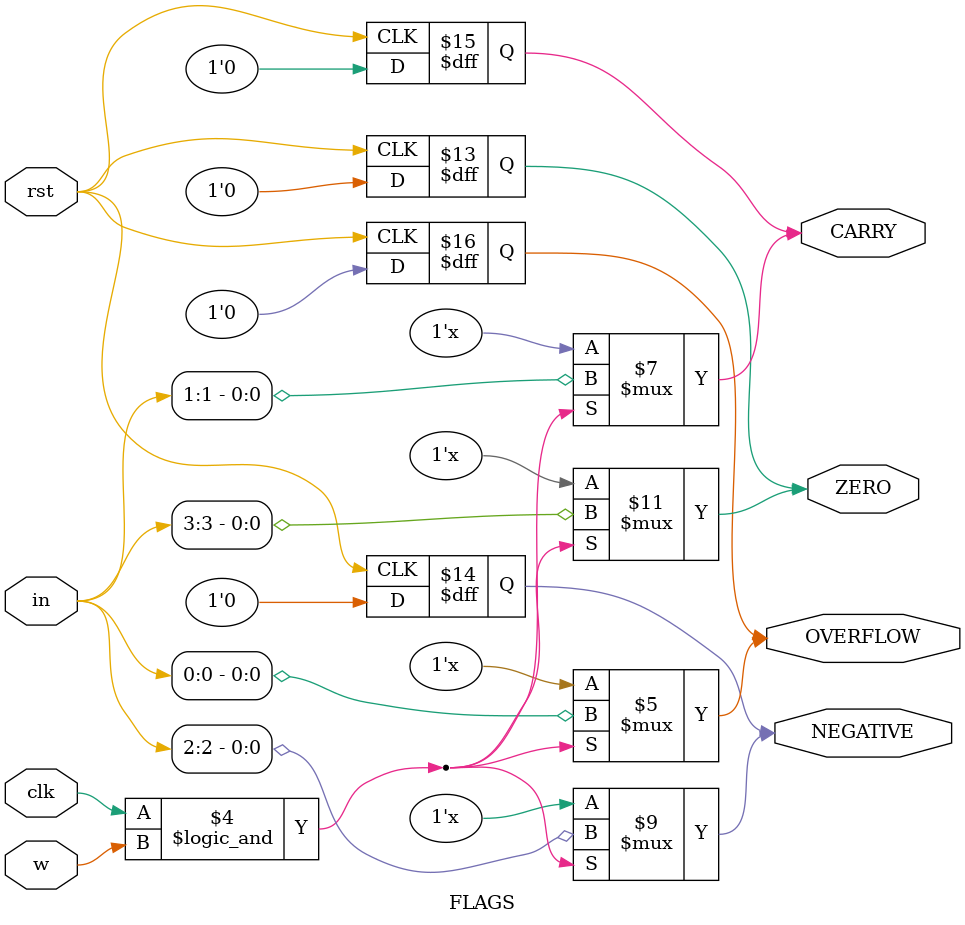
<source format=v>
module FLAGS(
  input [3:0] in,
  input clk,rst,w,
  output reg ZERO,NEGATIVE,CARRY,OVERFLOW
);

//initializarea flag-urilor
always @(negedge rst) begin
    if (!rst) begin
      ZERO <= 1'd0;
      NEGATIVE <= 1'd0;
      CARRY <= 1'd0;
      OVERFLOW <= 1'd0;   
   end
end

//se seteaza flag-urile
always @(*) begin
  if (clk && w) begin
      ZERO <= in[3];
      NEGATIVE <= in[2];
      CARRY <= in[1];
      OVERFLOW <= in[0];
   end
end

endmodule

</source>
